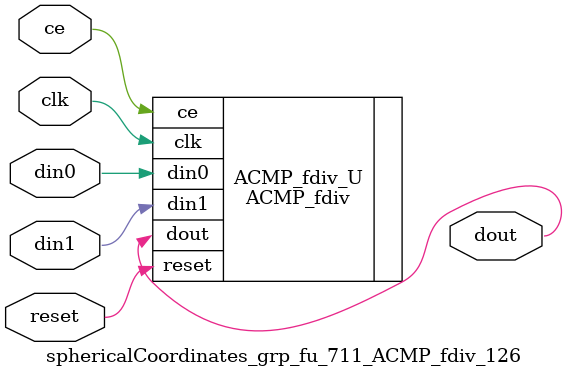
<source format=v>

`timescale 1 ns / 1 ps
module sphericalCoordinates_grp_fu_711_ACMP_fdiv_126(
    clk,
    reset,
    ce,
    din0,
    din1,
    dout);

parameter ID = 32'd1;
parameter NUM_STAGE = 32'd1;
parameter din0_WIDTH = 32'd1;
parameter din1_WIDTH = 32'd1;
parameter dout_WIDTH = 32'd1;
input clk;
input reset;
input ce;
input[din0_WIDTH - 1:0] din0;
input[din1_WIDTH - 1:0] din1;
output[dout_WIDTH - 1:0] dout;



ACMP_fdiv #(
.ID( ID ),
.NUM_STAGE( 10 ),
.din0_WIDTH( din0_WIDTH ),
.din1_WIDTH( din1_WIDTH ),
.dout_WIDTH( dout_WIDTH ))
ACMP_fdiv_U(
    .clk( clk ),
    .reset( reset ),
    .ce( ce ),
    .din0( din0 ),
    .din1( din1 ),
    .dout( dout ));

endmodule

</source>
